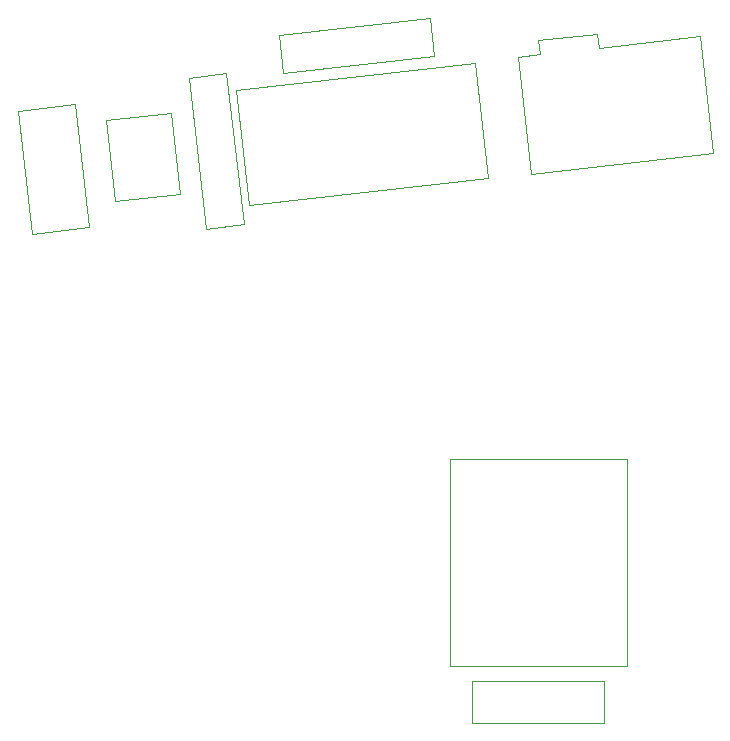
<source format=gbr>
G04 #@! TF.GenerationSoftware,KiCad,Pcbnew,(7.0.0-0)*
G04 #@! TF.CreationDate,2023-03-04T10:35:24+00:00*
G04 #@! TF.ProjectId,LeChiffre,4c654368-6966-4667-9265-2e6b69636164,rev?*
G04 #@! TF.SameCoordinates,Original*
G04 #@! TF.FileFunction,Other,User*
%FSLAX46Y46*%
G04 Gerber Fmt 4.6, Leading zero omitted, Abs format (unit mm)*
G04 Created by KiCad (PCBNEW (7.0.0-0)) date 2023-03-04 10:35:24*
%MOMM*%
%LPD*%
G01*
G04 APERTURE LIST*
%ADD10C,0.050000*%
G04 APERTURE END LIST*
D10*
X139127271Y-93397223D02*
X139127271Y-89847223D01*
X150327271Y-93397223D02*
X139127271Y-93397223D01*
X139127271Y-89847223D02*
X150327271Y-89847223D01*
X150327271Y-89847223D02*
X150327271Y-93397223D01*
X152227273Y-71037224D02*
X137227273Y-71037224D01*
X152227273Y-71037224D02*
X152227273Y-88537224D01*
X137227273Y-88537224D02*
X137227273Y-71037224D01*
X137227273Y-88537224D02*
X152227273Y-88537224D01*
X118336891Y-38397553D02*
X115157461Y-38759803D01*
X115157461Y-38759803D02*
X116613254Y-51537137D01*
X119792684Y-51174887D02*
X118336891Y-38397553D01*
X116613254Y-51537137D02*
X119792684Y-51174887D01*
X144125015Y-46926344D02*
X159525379Y-45171694D01*
X159525379Y-45171694D02*
X158393347Y-35235975D01*
X142992983Y-36990625D02*
X144125015Y-46926344D01*
X144880770Y-36775539D02*
X142992983Y-36990625D01*
X158393347Y-35235975D02*
X149848629Y-36209523D01*
X144744926Y-35583253D02*
X144880770Y-36775539D01*
X144744926Y-35583253D02*
X149712785Y-35017237D01*
X149712785Y-35017237D02*
X149848629Y-36209523D01*
X108941490Y-49233298D02*
X114406135Y-48610680D01*
X114406135Y-48610680D02*
X113625033Y-41755035D01*
X108160388Y-42377652D02*
X108941490Y-49233298D01*
X113625033Y-41755035D02*
X108160388Y-42377652D01*
X101855098Y-51994167D02*
X106733536Y-51438339D01*
X106733536Y-51438339D02*
X105544902Y-41005834D01*
X100666465Y-41561662D02*
X101855098Y-51994167D01*
X105544902Y-41005834D02*
X100666465Y-41561662D01*
X120217564Y-49574793D02*
X140486430Y-47265448D01*
X140486430Y-47265448D02*
X139377038Y-37528444D01*
X119108172Y-39837789D02*
X120217564Y-49574793D01*
X139377038Y-37528444D02*
X119108172Y-39837789D01*
X135902447Y-36886891D02*
X135540197Y-33707461D01*
X135540197Y-33707461D02*
X122762863Y-35163254D01*
X123125113Y-38342684D02*
X135902447Y-36886891D01*
X122762863Y-35163254D02*
X123125113Y-38342684D01*
M02*

</source>
